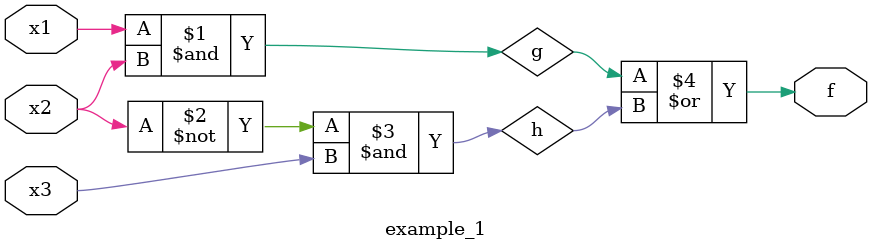
<source format=v>
module example_1(x1,x2,x3,f);
	input x1,x2,x3;
	output f;
	and(g,x1,x2);
	and(h,~x2,x3);
	or(f,g,h);
endmodule

</source>
